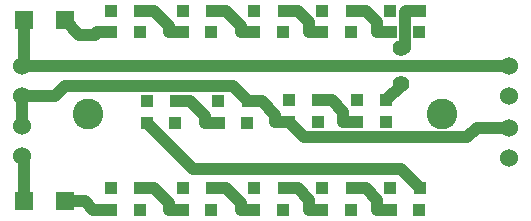
<source format=gtl>
*
*
G04 PADS 9.3.1 Build Number: 456998 generated Gerber (RS-274-X) file*
G04 PC Version=2.1*
*
%IN "Lighting.pcb"*%
*
%MOIN*%
*
%FSLAX35Y35*%
*
*
*
*
G04 PC Standard Apertures*
*
*
G04 Thermal Relief Aperture macro.*
%AMTER*
1,1,$1,0,0*
1,0,$1-$2,0,0*
21,0,$3,$4,0,0,45*
21,0,$3,$4,0,0,135*
%
*
*
G04 Annular Aperture macro.*
%AMANN*
1,1,$1,0,0*
1,0,$2,0,0*
%
*
*
G04 Odd Aperture macro.*
%AMODD*
1,1,$1,0,0*
1,0,$1-0.005,0,0*
%
*
*
G04 PC Custom Aperture Macros*
*
*
*
*
*
*
G04 PC Aperture Table*
*
%ADD010C,0.001*%
%ADD026C,0.06*%
%ADD027R,0.06X0.06*%
%ADD037C,0.055*%
%ADD188R,0.03937X0.03937*%
%ADD189C,0.10236*%
%ADD190C,0.04*%
*
*
*
*
G04 PC Circuitry*
G04 Layer Name Lighting.pcb - circuitry*
%LPD*%
*
*
G04 PC Custom Flashes*
G04 Layer Name Lighting.pcb - flashes*
%LPD*%
*
*
G04 PC Circuitry*
G04 Layer Name Lighting.pcb - circuitry*
%LPD*%
*
G54D10*
G54D26*
G01X7559Y45354D03*
Y55354D03*
Y35276D03*
Y25276D03*
X170079Y34528D03*
Y24528D03*
Y45354D03*
Y55354D03*
G54D27*
X8368Y70551D03*
X21868D03*
X8368Y10079D03*
X21868D03*
G54D37*
X134173Y49134D03*
Y61102D03*
G54D188*
X37244Y73622D03*
X37291Y66520D03*
X46866D03*
X47087Y73622D03*
X85119Y14409D03*
X85166Y7307D03*
X94741D03*
X94961Y14409D03*
X107796D03*
X107843Y7307D03*
X117418D03*
X117638Y14409D03*
X130473D03*
X130520Y7307D03*
X140095D03*
X140315Y14409D03*
X49213Y43386D03*
X49260Y36283D03*
X58835D03*
X59055Y43386D03*
X73150D03*
X73197Y36283D03*
X82772D03*
X82992Y43386D03*
X61181Y73622D03*
X61228Y66520D03*
X70803D03*
X71024Y73622D03*
X85118D03*
X85165Y66520D03*
X94740D03*
X94961Y73622D03*
X107795D03*
X107843Y66520D03*
X117417D03*
X117638Y73622D03*
X130472D03*
X130520Y66520D03*
X140094D03*
X140315Y73622D03*
X129055Y36614D03*
X129008Y43717D03*
X119433D03*
X119213Y36614D03*
X106378D03*
X106331Y43717D03*
X96756D03*
X96535Y36614D03*
X37245Y14409D03*
X37292Y7307D03*
X46867D03*
X47087Y14409D03*
X61182D03*
X61229Y7307D03*
X70804D03*
X71024Y14409D03*
G54D189*
X147638Y39370D03*
X29528D03*
G54D190*
X21868Y10079D02*
X28710D01*
X31481Y7307*
X37292*
X47087Y14409D02*
X51656D01*
X56660Y9405*
Y7307*
X61229*
X71024Y14409D02*
X75593D01*
X80597Y9405*
Y7307*
X85166*
X94961Y14409D02*
X99530D01*
X103274Y10665*
Y7307*
X107843*
X117638Y14409D02*
X122207D01*
X125951Y10665*
Y7307*
X130520*
X7559Y25276D02*
X8233D01*
Y10079*
X8368*
X7559Y35276D02*
Y45354D01*
X49260Y36283D02*
X64756Y20787D01*
X133937*
X140315Y14409*
X96535Y36614D02*
X101654Y31496D01*
X156169*
X159201Y34528*
X170079*
X7559Y45354D02*
X18772D01*
X21921Y48504*
X77874*
X82992Y43386*
X59055D02*
X63624D01*
X68628Y38381*
Y36283*
X73197*
X82992Y43386D02*
X87561D01*
X91967Y38980*
Y36614*
X96535*
X106331Y43717D02*
X110899D01*
X114644Y39972*
Y36614*
X119213*
X134296Y49011D02*
X129005Y43719D01*
X129008*
Y43717*
X134173Y49134D02*
X134296Y49011D01*
X170079Y55354D02*
X7559D01*
X8233*
Y70551*
X8368*
X134173Y61102D02*
X135433D01*
Y73309*
X135746Y73622*
X140315*
X21868Y70551D02*
X26707Y65713D01*
X31916*
X32723Y66520*
X37291*
X47087Y73622D02*
X51655D01*
X56660Y68617*
Y66520*
X61228*
X71024Y73622D02*
X75592D01*
X80597Y68617*
Y66520*
X85165*
X94961Y73622D02*
X99529D01*
X103274Y69877*
Y66520*
X107843*
X117638Y73622D02*
X122206D01*
X125951Y69877*
Y66520*
X130520*
X0Y0D02*
M02*

</source>
